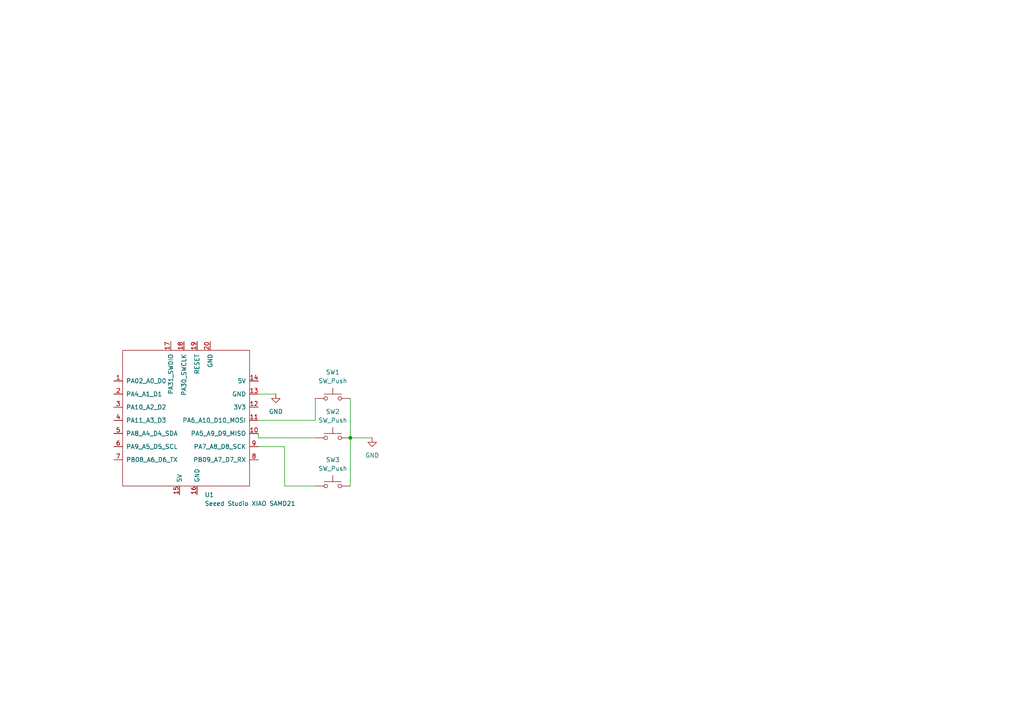
<source format=kicad_sch>
(kicad_sch
	(version 20231120)
	(generator "eeschema")
	(generator_version "8.0")
	(uuid "39e73bf2-7def-4f9f-83b1-024ec06f228b")
	(paper "A4")
	(lib_symbols
		(symbol "Seeed_Studio_XIAO_Series:Seeed Studio XIAO SAMD21"
			(pin_names
				(offset 1.016)
			)
			(exclude_from_sim no)
			(in_bom yes)
			(on_board yes)
			(property "Reference" "U"
				(at -19.05 22.86 0)
				(effects
					(font
						(size 1.27 1.27)
					)
				)
			)
			(property "Value" "Seeed Studio XIAO SAMD21"
				(at -12.7 21.59 0)
				(effects
					(font
						(size 1.27 1.27)
					)
				)
			)
			(property "Footprint" ""
				(at -8.89 5.08 0)
				(effects
					(font
						(size 1.27 1.27)
					)
					(hide yes)
				)
			)
			(property "Datasheet" ""
				(at -8.89 5.08 0)
				(effects
					(font
						(size 1.27 1.27)
					)
					(hide yes)
				)
			)
			(property "Description" ""
				(at 0 0 0)
				(effects
					(font
						(size 1.27 1.27)
					)
					(hide yes)
				)
			)
			(symbol "Seeed Studio XIAO SAMD21_0_1"
				(rectangle
					(start -19.05 20.32)
					(end 17.78 -19.05)
					(stroke
						(width 0)
						(type default)
					)
					(fill
						(type none)
					)
				)
			)
			(symbol "Seeed Studio XIAO SAMD21_1_1"
				(pin unspecified line
					(at -21.59 11.43 0)
					(length 2.54)
					(name "PA02_A0_D0"
						(effects
							(font
								(size 1.27 1.27)
							)
						)
					)
					(number "1"
						(effects
							(font
								(size 1.27 1.27)
							)
						)
					)
				)
				(pin unspecified line
					(at 20.32 -3.81 180)
					(length 2.54)
					(name "PA5_A9_D9_MISO"
						(effects
							(font
								(size 1.27 1.27)
							)
						)
					)
					(number "10"
						(effects
							(font
								(size 1.27 1.27)
							)
						)
					)
				)
				(pin unspecified line
					(at 20.32 0 180)
					(length 2.54)
					(name "PA6_A10_D10_MOSI"
						(effects
							(font
								(size 1.27 1.27)
							)
						)
					)
					(number "11"
						(effects
							(font
								(size 1.27 1.27)
							)
						)
					)
				)
				(pin unspecified line
					(at 20.32 3.81 180)
					(length 2.54)
					(name "3V3"
						(effects
							(font
								(size 1.27 1.27)
							)
						)
					)
					(number "12"
						(effects
							(font
								(size 1.27 1.27)
							)
						)
					)
				)
				(pin unspecified line
					(at 20.32 7.62 180)
					(length 2.54)
					(name "GND"
						(effects
							(font
								(size 1.27 1.27)
							)
						)
					)
					(number "13"
						(effects
							(font
								(size 1.27 1.27)
							)
						)
					)
				)
				(pin unspecified line
					(at 20.32 11.43 180)
					(length 2.54)
					(name "5V"
						(effects
							(font
								(size 1.27 1.27)
							)
						)
					)
					(number "14"
						(effects
							(font
								(size 1.27 1.27)
							)
						)
					)
				)
				(pin input line
					(at -2.54 -21.59 90)
					(length 2.54)
					(name "5V"
						(effects
							(font
								(size 1.27 1.27)
							)
						)
					)
					(number "15"
						(effects
							(font
								(size 1.27 1.27)
							)
						)
					)
				)
				(pin input line
					(at 2.54 -21.59 90)
					(length 2.54)
					(name "GND"
						(effects
							(font
								(size 1.27 1.27)
							)
						)
					)
					(number "16"
						(effects
							(font
								(size 1.27 1.27)
							)
						)
					)
				)
				(pin input line
					(at -5.08 22.86 270)
					(length 2.54)
					(name "PA31_SWDIO"
						(effects
							(font
								(size 1.27 1.27)
							)
						)
					)
					(number "17"
						(effects
							(font
								(size 1.27 1.27)
							)
						)
					)
				)
				(pin input line
					(at -1.27 22.86 270)
					(length 2.54)
					(name "PA30_SWCLK"
						(effects
							(font
								(size 1.27 1.27)
							)
						)
					)
					(number "18"
						(effects
							(font
								(size 1.27 1.27)
							)
						)
					)
				)
				(pin input line
					(at 2.54 22.86 270)
					(length 2.54)
					(name "RESET"
						(effects
							(font
								(size 1.27 1.27)
							)
						)
					)
					(number "19"
						(effects
							(font
								(size 1.27 1.27)
							)
						)
					)
				)
				(pin unspecified line
					(at -21.59 7.62 0)
					(length 2.54)
					(name "PA4_A1_D1"
						(effects
							(font
								(size 1.27 1.27)
							)
						)
					)
					(number "2"
						(effects
							(font
								(size 1.27 1.27)
							)
						)
					)
				)
				(pin input line
					(at 6.35 22.86 270)
					(length 2.54)
					(name "GND"
						(effects
							(font
								(size 1.27 1.27)
							)
						)
					)
					(number "20"
						(effects
							(font
								(size 1.27 1.27)
							)
						)
					)
				)
				(pin unspecified line
					(at -21.59 3.81 0)
					(length 2.54)
					(name "PA10_A2_D2"
						(effects
							(font
								(size 1.27 1.27)
							)
						)
					)
					(number "3"
						(effects
							(font
								(size 1.27 1.27)
							)
						)
					)
				)
				(pin unspecified line
					(at -21.59 0 0)
					(length 2.54)
					(name "PA11_A3_D3"
						(effects
							(font
								(size 1.27 1.27)
							)
						)
					)
					(number "4"
						(effects
							(font
								(size 1.27 1.27)
							)
						)
					)
				)
				(pin unspecified line
					(at -21.59 -3.81 0)
					(length 2.54)
					(name "PA8_A4_D4_SDA"
						(effects
							(font
								(size 1.27 1.27)
							)
						)
					)
					(number "5"
						(effects
							(font
								(size 1.27 1.27)
							)
						)
					)
				)
				(pin unspecified line
					(at -21.59 -7.62 0)
					(length 2.54)
					(name "PA9_A5_D5_SCL"
						(effects
							(font
								(size 1.27 1.27)
							)
						)
					)
					(number "6"
						(effects
							(font
								(size 1.27 1.27)
							)
						)
					)
				)
				(pin unspecified line
					(at -21.59 -11.43 0)
					(length 2.54)
					(name "PB08_A6_D6_TX"
						(effects
							(font
								(size 1.27 1.27)
							)
						)
					)
					(number "7"
						(effects
							(font
								(size 1.27 1.27)
							)
						)
					)
				)
				(pin unspecified line
					(at 20.32 -11.43 180)
					(length 2.54)
					(name "PB09_A7_D7_RX"
						(effects
							(font
								(size 1.27 1.27)
							)
						)
					)
					(number "8"
						(effects
							(font
								(size 1.27 1.27)
							)
						)
					)
				)
				(pin unspecified line
					(at 20.32 -7.62 180)
					(length 2.54)
					(name "PA7_A8_D8_SCK"
						(effects
							(font
								(size 1.27 1.27)
							)
						)
					)
					(number "9"
						(effects
							(font
								(size 1.27 1.27)
							)
						)
					)
				)
			)
		)
		(symbol "Switch:SW_Push"
			(pin_numbers hide)
			(pin_names
				(offset 1.016) hide)
			(exclude_from_sim no)
			(in_bom yes)
			(on_board yes)
			(property "Reference" "SW"
				(at 1.27 2.54 0)
				(effects
					(font
						(size 1.27 1.27)
					)
					(justify left)
				)
			)
			(property "Value" "SW_Push"
				(at 0 -1.524 0)
				(effects
					(font
						(size 1.27 1.27)
					)
				)
			)
			(property "Footprint" ""
				(at 0 5.08 0)
				(effects
					(font
						(size 1.27 1.27)
					)
					(hide yes)
				)
			)
			(property "Datasheet" "~"
				(at 0 5.08 0)
				(effects
					(font
						(size 1.27 1.27)
					)
					(hide yes)
				)
			)
			(property "Description" "Push button switch, generic, two pins"
				(at 0 0 0)
				(effects
					(font
						(size 1.27 1.27)
					)
					(hide yes)
				)
			)
			(property "ki_keywords" "switch normally-open pushbutton push-button"
				(at 0 0 0)
				(effects
					(font
						(size 1.27 1.27)
					)
					(hide yes)
				)
			)
			(symbol "SW_Push_0_1"
				(circle
					(center -2.032 0)
					(radius 0.508)
					(stroke
						(width 0)
						(type default)
					)
					(fill
						(type none)
					)
				)
				(polyline
					(pts
						(xy 0 1.27) (xy 0 3.048)
					)
					(stroke
						(width 0)
						(type default)
					)
					(fill
						(type none)
					)
				)
				(polyline
					(pts
						(xy 2.54 1.27) (xy -2.54 1.27)
					)
					(stroke
						(width 0)
						(type default)
					)
					(fill
						(type none)
					)
				)
				(circle
					(center 2.032 0)
					(radius 0.508)
					(stroke
						(width 0)
						(type default)
					)
					(fill
						(type none)
					)
				)
				(pin passive line
					(at -5.08 0 0)
					(length 2.54)
					(name "1"
						(effects
							(font
								(size 1.27 1.27)
							)
						)
					)
					(number "1"
						(effects
							(font
								(size 1.27 1.27)
							)
						)
					)
				)
				(pin passive line
					(at 5.08 0 180)
					(length 2.54)
					(name "2"
						(effects
							(font
								(size 1.27 1.27)
							)
						)
					)
					(number "2"
						(effects
							(font
								(size 1.27 1.27)
							)
						)
					)
				)
			)
		)
		(symbol "power:GND"
			(power)
			(pin_numbers hide)
			(pin_names
				(offset 0) hide)
			(exclude_from_sim no)
			(in_bom yes)
			(on_board yes)
			(property "Reference" "#PWR"
				(at 0 -6.35 0)
				(effects
					(font
						(size 1.27 1.27)
					)
					(hide yes)
				)
			)
			(property "Value" "GND"
				(at 0 -3.81 0)
				(effects
					(font
						(size 1.27 1.27)
					)
				)
			)
			(property "Footprint" ""
				(at 0 0 0)
				(effects
					(font
						(size 1.27 1.27)
					)
					(hide yes)
				)
			)
			(property "Datasheet" ""
				(at 0 0 0)
				(effects
					(font
						(size 1.27 1.27)
					)
					(hide yes)
				)
			)
			(property "Description" "Power symbol creates a global label with name \"GND\" , ground"
				(at 0 0 0)
				(effects
					(font
						(size 1.27 1.27)
					)
					(hide yes)
				)
			)
			(property "ki_keywords" "global power"
				(at 0 0 0)
				(effects
					(font
						(size 1.27 1.27)
					)
					(hide yes)
				)
			)
			(symbol "GND_0_1"
				(polyline
					(pts
						(xy 0 0) (xy 0 -1.27) (xy 1.27 -1.27) (xy 0 -2.54) (xy -1.27 -1.27) (xy 0 -1.27)
					)
					(stroke
						(width 0)
						(type default)
					)
					(fill
						(type none)
					)
				)
			)
			(symbol "GND_1_1"
				(pin power_in line
					(at 0 0 270)
					(length 0)
					(name "~"
						(effects
							(font
								(size 1.27 1.27)
							)
						)
					)
					(number "1"
						(effects
							(font
								(size 1.27 1.27)
							)
						)
					)
				)
			)
		)
	)
	(junction
		(at 101.6 127)
		(diameter 0)
		(color 0 0 0 0)
		(uuid "24286915-9c91-41cd-9c4a-9b3f16076408")
	)
	(wire
		(pts
			(xy 74.93 127) (xy 74.93 125.73)
		)
		(stroke
			(width 0)
			(type default)
		)
		(uuid "1f4a6d6d-8f5a-42b5-9451-00f3e680122b")
	)
	(wire
		(pts
			(xy 82.55 140.97) (xy 82.55 129.54)
		)
		(stroke
			(width 0)
			(type default)
		)
		(uuid "2e43a6d3-caa1-4874-b43d-e2349f174be2")
	)
	(wire
		(pts
			(xy 91.44 140.97) (xy 82.55 140.97)
		)
		(stroke
			(width 0)
			(type default)
		)
		(uuid "5435ec60-ac20-42f7-b25a-993ee2b018b8")
	)
	(wire
		(pts
			(xy 74.93 114.3) (xy 80.01 114.3)
		)
		(stroke
			(width 0)
			(type default)
		)
		(uuid "6a5077ac-3dbc-4b28-a5d3-2e7239f9b0ad")
	)
	(wire
		(pts
			(xy 101.6 127) (xy 107.95 127)
		)
		(stroke
			(width 0)
			(type default)
		)
		(uuid "7273c412-0ca2-4704-aad4-2b24a25289d1")
	)
	(wire
		(pts
			(xy 101.6 115.57) (xy 101.6 127)
		)
		(stroke
			(width 0)
			(type default)
		)
		(uuid "7cd917b3-bb17-4404-8c6e-c6eee1eaf89a")
	)
	(wire
		(pts
			(xy 91.44 121.92) (xy 74.93 121.92)
		)
		(stroke
			(width 0)
			(type default)
		)
		(uuid "8d053500-13a3-435d-81c3-c61e5a2ef69f")
	)
	(wire
		(pts
			(xy 91.44 115.57) (xy 91.44 121.92)
		)
		(stroke
			(width 0)
			(type default)
		)
		(uuid "a36b2fad-6916-4ad9-9363-47c76e5987d0")
	)
	(wire
		(pts
			(xy 82.55 129.54) (xy 74.93 129.54)
		)
		(stroke
			(width 0)
			(type default)
		)
		(uuid "b53534da-464d-45cb-8260-202c24035e24")
	)
	(wire
		(pts
			(xy 101.6 127) (xy 101.6 140.97)
		)
		(stroke
			(width 0)
			(type default)
		)
		(uuid "ba58866f-ef32-48a7-a6e1-fea466e17c9b")
	)
	(wire
		(pts
			(xy 91.44 127) (xy 74.93 127)
		)
		(stroke
			(width 0)
			(type default)
		)
		(uuid "c7110dfe-8deb-4676-9afa-a25f5c1adba3")
	)
	(symbol
		(lib_id "Seeed_Studio_XIAO_Series:Seeed Studio XIAO SAMD21")
		(at 54.61 121.92 0)
		(unit 1)
		(exclude_from_sim no)
		(in_bom yes)
		(on_board yes)
		(dnp no)
		(fields_autoplaced yes)
		(uuid "0271d6e7-d367-4e06-962e-970f368e5da2")
		(property "Reference" "U1"
			(at 59.3441 143.51 0)
			(effects
				(font
					(size 1.27 1.27)
				)
				(justify left)
			)
		)
		(property "Value" "Seeed Studio XIAO SAMD21"
			(at 59.3441 146.05 0)
			(effects
				(font
					(size 1.27 1.27)
				)
				(justify left)
			)
		)
		(property "Footprint" "footprints:XIAO-Generic-Hybrid-14P-2.54-21X17.8MM"
			(at 45.72 116.84 0)
			(effects
				(font
					(size 1.27 1.27)
				)
				(hide yes)
			)
		)
		(property "Datasheet" ""
			(at 45.72 116.84 0)
			(effects
				(font
					(size 1.27 1.27)
				)
				(hide yes)
			)
		)
		(property "Description" ""
			(at 54.61 121.92 0)
			(effects
				(font
					(size 1.27 1.27)
				)
				(hide yes)
			)
		)
		(pin "16"
			(uuid "f67ff23d-adec-4844-8bee-7e540cd153c3")
		)
		(pin "15"
			(uuid "9c7d8538-6636-442d-879d-af05fc2ce871")
		)
		(pin "3"
			(uuid "840914b5-4c93-4cf2-a082-0b5c3beea398")
		)
		(pin "12"
			(uuid "380260be-226b-40d8-a0f8-5f248c36eecc")
		)
		(pin "11"
			(uuid "324cc698-cece-409f-9388-b001d3826041")
		)
		(pin "10"
			(uuid "bba02712-43ba-4e28-8227-979b3fa610a7")
		)
		(pin "14"
			(uuid "6631ecb1-350b-47d5-8625-11e381b017dd")
		)
		(pin "2"
			(uuid "7665533e-6269-417f-8348-456118b161b6")
		)
		(pin "13"
			(uuid "149ca7c4-4449-493f-884a-11ae11f25d76")
		)
		(pin "20"
			(uuid "17b0f409-5c0e-4f8e-a3cc-09df4e9be5f0")
		)
		(pin "4"
			(uuid "5111936e-2864-4eed-a097-51ad25d58a63")
		)
		(pin "9"
			(uuid "26b6fc37-62d9-419f-a7a9-e5b36e488700")
		)
		(pin "5"
			(uuid "205ac4ed-08d6-4b49-bf3a-25d621380fc1")
		)
		(pin "18"
			(uuid "1bba28c8-916e-444e-9d2b-d973d6b7c648")
		)
		(pin "19"
			(uuid "9855ca42-ed68-4f81-b0c0-dee6548f8e1b")
		)
		(pin "6"
			(uuid "69785735-e183-41df-b0af-f670b8a62d0c")
		)
		(pin "17"
			(uuid "2990134c-8df1-464a-b25f-4ecd60b48b3b")
		)
		(pin "7"
			(uuid "c7c90bd6-8805-4282-95a3-8d4f484209a9")
		)
		(pin "8"
			(uuid "d61e5798-7edb-4b02-b7c5-fb2636967c9d")
		)
		(pin "1"
			(uuid "7bd80833-6ba2-4688-82b0-cd245a24d46f")
		)
		(instances
			(project ""
				(path "/39e73bf2-7def-4f9f-83b1-024ec06f228b"
					(reference "U1")
					(unit 1)
				)
			)
		)
	)
	(symbol
		(lib_id "Switch:SW_Push")
		(at 96.52 127 0)
		(unit 1)
		(exclude_from_sim no)
		(in_bom yes)
		(on_board yes)
		(dnp no)
		(fields_autoplaced yes)
		(uuid "40e2fd70-df95-4ff1-84f1-5c67a42823ce")
		(property "Reference" "SW2"
			(at 96.52 119.38 0)
			(effects
				(font
					(size 1.27 1.27)
				)
			)
		)
		(property "Value" "SW_Push"
			(at 96.52 121.92 0)
			(effects
				(font
					(size 1.27 1.27)
				)
			)
		)
		(property "Footprint" "Button_Switch_Keyboard:SW_Cherry_MX_1.00u_PCB"
			(at 96.52 121.92 0)
			(effects
				(font
					(size 1.27 1.27)
				)
				(hide yes)
			)
		)
		(property "Datasheet" "~"
			(at 96.52 121.92 0)
			(effects
				(font
					(size 1.27 1.27)
				)
				(hide yes)
			)
		)
		(property "Description" "Push button switch, generic, two pins"
			(at 96.52 127 0)
			(effects
				(font
					(size 1.27 1.27)
				)
				(hide yes)
			)
		)
		(pin "2"
			(uuid "71a36745-08d1-41d6-9db1-75912493559e")
		)
		(pin "1"
			(uuid "8427a37a-4f56-471e-9834-ee4b2256512e")
		)
		(instances
			(project ""
				(path "/39e73bf2-7def-4f9f-83b1-024ec06f228b"
					(reference "SW2")
					(unit 1)
				)
			)
		)
	)
	(symbol
		(lib_id "power:GND")
		(at 107.95 127 0)
		(unit 1)
		(exclude_from_sim no)
		(in_bom yes)
		(on_board yes)
		(dnp no)
		(fields_autoplaced yes)
		(uuid "5e03b11a-d5b9-4692-b01f-e6b2e5279b50")
		(property "Reference" "#PWR01"
			(at 107.95 133.35 0)
			(effects
				(font
					(size 1.27 1.27)
				)
				(hide yes)
			)
		)
		(property "Value" "GND"
			(at 107.95 132.08 0)
			(effects
				(font
					(size 1.27 1.27)
				)
			)
		)
		(property "Footprint" ""
			(at 107.95 127 0)
			(effects
				(font
					(size 1.27 1.27)
				)
				(hide yes)
			)
		)
		(property "Datasheet" ""
			(at 107.95 127 0)
			(effects
				(font
					(size 1.27 1.27)
				)
				(hide yes)
			)
		)
		(property "Description" "Power symbol creates a global label with name \"GND\" , ground"
			(at 107.95 127 0)
			(effects
				(font
					(size 1.27 1.27)
				)
				(hide yes)
			)
		)
		(pin "1"
			(uuid "cbc64f94-4e95-4654-bd69-5c10493330eb")
		)
		(instances
			(project ""
				(path "/39e73bf2-7def-4f9f-83b1-024ec06f228b"
					(reference "#PWR01")
					(unit 1)
				)
			)
		)
	)
	(symbol
		(lib_id "Switch:SW_Push")
		(at 96.52 140.97 0)
		(unit 1)
		(exclude_from_sim no)
		(in_bom yes)
		(on_board yes)
		(dnp no)
		(uuid "682a42c2-5e94-4607-9bc2-f54b1473b517")
		(property "Reference" "SW3"
			(at 96.52 133.35 0)
			(effects
				(font
					(size 1.27 1.27)
				)
			)
		)
		(property "Value" "SW_Push"
			(at 96.52 135.89 0)
			(effects
				(font
					(size 1.27 1.27)
				)
			)
		)
		(property "Footprint" "Button_Switch_Keyboard:SW_Cherry_MX_1.00u_PCB"
			(at 96.52 135.89 0)
			(effects
				(font
					(size 1.27 1.27)
				)
				(hide yes)
			)
		)
		(property "Datasheet" "~"
			(at 96.52 135.89 0)
			(effects
				(font
					(size 1.27 1.27)
				)
				(hide yes)
			)
		)
		(property "Description" "Push button switch, generic, two pins"
			(at 96.52 140.97 0)
			(effects
				(font
					(size 1.27 1.27)
				)
				(hide yes)
			)
		)
		(pin "2"
			(uuid "3d17d7e5-a312-4760-bc73-11fc92593e42")
		)
		(pin "1"
			(uuid "88ac7d46-cd45-4150-b5a7-cace9a9943c4")
		)
		(instances
			(project ""
				(path "/39e73bf2-7def-4f9f-83b1-024ec06f228b"
					(reference "SW3")
					(unit 1)
				)
			)
		)
	)
	(symbol
		(lib_id "power:GND")
		(at 80.01 114.3 0)
		(unit 1)
		(exclude_from_sim no)
		(in_bom yes)
		(on_board yes)
		(dnp no)
		(fields_autoplaced yes)
		(uuid "8fcff31f-22ea-4665-a69e-9c8d1e303818")
		(property "Reference" "#PWR02"
			(at 80.01 120.65 0)
			(effects
				(font
					(size 1.27 1.27)
				)
				(hide yes)
			)
		)
		(property "Value" "GND"
			(at 80.01 119.38 0)
			(effects
				(font
					(size 1.27 1.27)
				)
			)
		)
		(property "Footprint" ""
			(at 80.01 114.3 0)
			(effects
				(font
					(size 1.27 1.27)
				)
				(hide yes)
			)
		)
		(property "Datasheet" ""
			(at 80.01 114.3 0)
			(effects
				(font
					(size 1.27 1.27)
				)
				(hide yes)
			)
		)
		(property "Description" "Power symbol creates a global label with name \"GND\" , ground"
			(at 80.01 114.3 0)
			(effects
				(font
					(size 1.27 1.27)
				)
				(hide yes)
			)
		)
		(pin "1"
			(uuid "4fd1cae2-9666-44b3-83f8-0c6dbb7cdc46")
		)
		(instances
			(project ""
				(path "/39e73bf2-7def-4f9f-83b1-024ec06f228b"
					(reference "#PWR02")
					(unit 1)
				)
			)
		)
	)
	(symbol
		(lib_id "Switch:SW_Push")
		(at 96.52 115.57 0)
		(unit 1)
		(exclude_from_sim no)
		(in_bom yes)
		(on_board yes)
		(dnp no)
		(fields_autoplaced yes)
		(uuid "cf2237b4-6596-4c17-8a6e-95ecc7db328c")
		(property "Reference" "SW1"
			(at 96.52 107.95 0)
			(effects
				(font
					(size 1.27 1.27)
				)
			)
		)
		(property "Value" "SW_Push"
			(at 96.52 110.49 0)
			(effects
				(font
					(size 1.27 1.27)
				)
			)
		)
		(property "Footprint" "Button_Switch_Keyboard:SW_Cherry_MX_1.00u_PCB"
			(at 96.52 110.49 0)
			(effects
				(font
					(size 1.27 1.27)
				)
				(hide yes)
			)
		)
		(property "Datasheet" "~"
			(at 96.52 110.49 0)
			(effects
				(font
					(size 1.27 1.27)
				)
				(hide yes)
			)
		)
		(property "Description" "Push button switch, generic, two pins"
			(at 96.52 115.57 0)
			(effects
				(font
					(size 1.27 1.27)
				)
				(hide yes)
			)
		)
		(pin "1"
			(uuid "35485140-dfb2-4f6f-b7c9-c29d7c720719")
		)
		(pin "2"
			(uuid "fe2b064f-925c-47ba-9aad-4b98fe1379b2")
		)
		(instances
			(project ""
				(path "/39e73bf2-7def-4f9f-83b1-024ec06f228b"
					(reference "SW1")
					(unit 1)
				)
			)
		)
	)
	(sheet_instances
		(path "/"
			(page "1")
		)
	)
)

</source>
